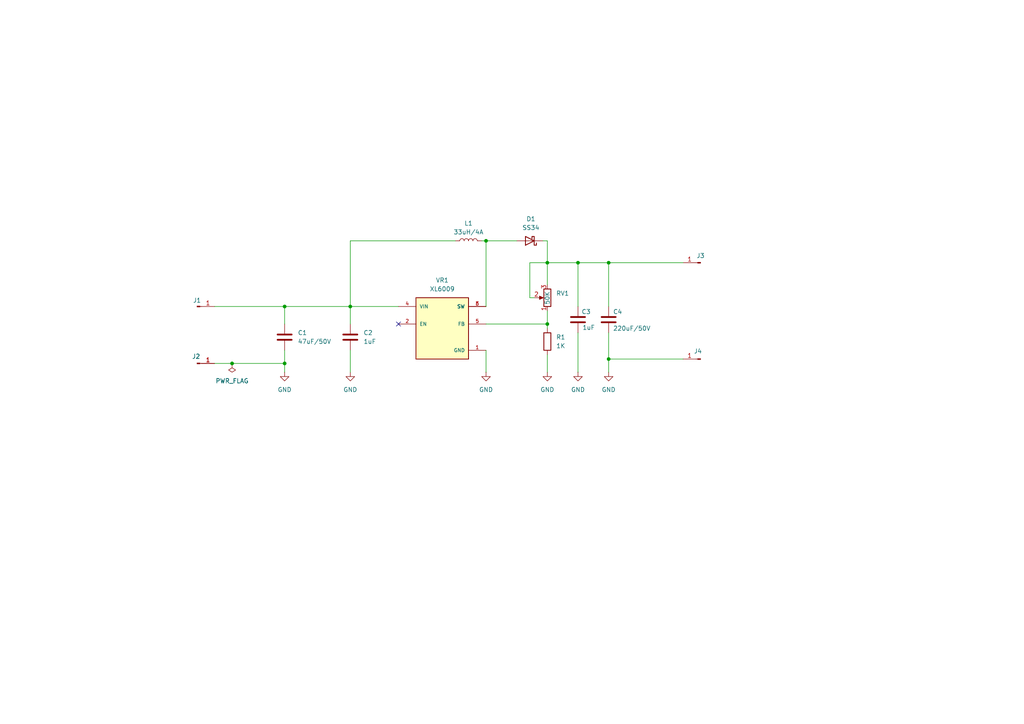
<source format=kicad_sch>
(kicad_sch
	(version 20231120)
	(generator "eeschema")
	(generator_version "8.0")
	(uuid "d17db5c8-214e-415d-a7d6-d575a82e1345")
	(paper "A4")
	(title_block
		(title "boost converter")
		(company "neoenrg")
	)
	(lib_symbols
		(symbol "Connector:Conn_01x01_Pin"
			(pin_names
				(offset 1.016) hide)
			(exclude_from_sim no)
			(in_bom yes)
			(on_board yes)
			(property "Reference" "J"
				(at 0 2.54 0)
				(effects
					(font
						(size 1.27 1.27)
					)
				)
			)
			(property "Value" "Conn_01x01_Pin"
				(at 0 -2.54 0)
				(effects
					(font
						(size 1.27 1.27)
					)
				)
			)
			(property "Footprint" ""
				(at 0 0 0)
				(effects
					(font
						(size 1.27 1.27)
					)
					(hide yes)
				)
			)
			(property "Datasheet" "~"
				(at 0 0 0)
				(effects
					(font
						(size 1.27 1.27)
					)
					(hide yes)
				)
			)
			(property "Description" "Generic connector, single row, 01x01, script generated"
				(at 0 0 0)
				(effects
					(font
						(size 1.27 1.27)
					)
					(hide yes)
				)
			)
			(property "ki_locked" ""
				(at 0 0 0)
				(effects
					(font
						(size 1.27 1.27)
					)
				)
			)
			(property "ki_keywords" "connector"
				(at 0 0 0)
				(effects
					(font
						(size 1.27 1.27)
					)
					(hide yes)
				)
			)
			(property "ki_fp_filters" "Connector*:*_1x??_*"
				(at 0 0 0)
				(effects
					(font
						(size 1.27 1.27)
					)
					(hide yes)
				)
			)
			(symbol "Conn_01x01_Pin_1_1"
				(polyline
					(pts
						(xy 1.27 0) (xy 0.8636 0)
					)
					(stroke
						(width 0.1524)
						(type default)
					)
					(fill
						(type none)
					)
				)
				(rectangle
					(start 0.8636 0.127)
					(end 0 -0.127)
					(stroke
						(width 0.1524)
						(type default)
					)
					(fill
						(type outline)
					)
				)
				(pin passive line
					(at 5.08 0 180)
					(length 3.81)
					(name "Pin_1"
						(effects
							(font
								(size 1.27 1.27)
							)
						)
					)
					(number "1"
						(effects
							(font
								(size 1.27 1.27)
							)
						)
					)
				)
			)
		)
		(symbol "Device:C"
			(pin_numbers hide)
			(pin_names
				(offset 0.254)
			)
			(exclude_from_sim no)
			(in_bom yes)
			(on_board yes)
			(property "Reference" "C"
				(at 0.635 2.54 0)
				(effects
					(font
						(size 1.27 1.27)
					)
					(justify left)
				)
			)
			(property "Value" "C"
				(at 0.635 -2.54 0)
				(effects
					(font
						(size 1.27 1.27)
					)
					(justify left)
				)
			)
			(property "Footprint" ""
				(at 0.9652 -3.81 0)
				(effects
					(font
						(size 1.27 1.27)
					)
					(hide yes)
				)
			)
			(property "Datasheet" "~"
				(at 0 0 0)
				(effects
					(font
						(size 1.27 1.27)
					)
					(hide yes)
				)
			)
			(property "Description" "Unpolarized capacitor"
				(at 0 0 0)
				(effects
					(font
						(size 1.27 1.27)
					)
					(hide yes)
				)
			)
			(property "ki_keywords" "cap capacitor"
				(at 0 0 0)
				(effects
					(font
						(size 1.27 1.27)
					)
					(hide yes)
				)
			)
			(property "ki_fp_filters" "C_*"
				(at 0 0 0)
				(effects
					(font
						(size 1.27 1.27)
					)
					(hide yes)
				)
			)
			(symbol "C_0_1"
				(polyline
					(pts
						(xy -2.032 -0.762) (xy 2.032 -0.762)
					)
					(stroke
						(width 0.508)
						(type default)
					)
					(fill
						(type none)
					)
				)
				(polyline
					(pts
						(xy -2.032 0.762) (xy 2.032 0.762)
					)
					(stroke
						(width 0.508)
						(type default)
					)
					(fill
						(type none)
					)
				)
			)
			(symbol "C_1_1"
				(pin passive line
					(at 0 3.81 270)
					(length 2.794)
					(name "~"
						(effects
							(font
								(size 1.27 1.27)
							)
						)
					)
					(number "1"
						(effects
							(font
								(size 1.27 1.27)
							)
						)
					)
				)
				(pin passive line
					(at 0 -3.81 90)
					(length 2.794)
					(name "~"
						(effects
							(font
								(size 1.27 1.27)
							)
						)
					)
					(number "2"
						(effects
							(font
								(size 1.27 1.27)
							)
						)
					)
				)
			)
		)
		(symbol "Device:L"
			(pin_numbers hide)
			(pin_names
				(offset 1.016) hide)
			(exclude_from_sim no)
			(in_bom yes)
			(on_board yes)
			(property "Reference" "L"
				(at -1.27 0 90)
				(effects
					(font
						(size 1.27 1.27)
					)
				)
			)
			(property "Value" "L"
				(at 1.905 0 90)
				(effects
					(font
						(size 1.27 1.27)
					)
				)
			)
			(property "Footprint" ""
				(at 0 0 0)
				(effects
					(font
						(size 1.27 1.27)
					)
					(hide yes)
				)
			)
			(property "Datasheet" "~"
				(at 0 0 0)
				(effects
					(font
						(size 1.27 1.27)
					)
					(hide yes)
				)
			)
			(property "Description" "Inductor"
				(at 0 0 0)
				(effects
					(font
						(size 1.27 1.27)
					)
					(hide yes)
				)
			)
			(property "ki_keywords" "inductor choke coil reactor magnetic"
				(at 0 0 0)
				(effects
					(font
						(size 1.27 1.27)
					)
					(hide yes)
				)
			)
			(property "ki_fp_filters" "Choke_* *Coil* Inductor_* L_*"
				(at 0 0 0)
				(effects
					(font
						(size 1.27 1.27)
					)
					(hide yes)
				)
			)
			(symbol "L_0_1"
				(arc
					(start 0 -2.54)
					(mid 0.6323 -1.905)
					(end 0 -1.27)
					(stroke
						(width 0)
						(type default)
					)
					(fill
						(type none)
					)
				)
				(arc
					(start 0 -1.27)
					(mid 0.6323 -0.635)
					(end 0 0)
					(stroke
						(width 0)
						(type default)
					)
					(fill
						(type none)
					)
				)
				(arc
					(start 0 0)
					(mid 0.6323 0.635)
					(end 0 1.27)
					(stroke
						(width 0)
						(type default)
					)
					(fill
						(type none)
					)
				)
				(arc
					(start 0 1.27)
					(mid 0.6323 1.905)
					(end 0 2.54)
					(stroke
						(width 0)
						(type default)
					)
					(fill
						(type none)
					)
				)
			)
			(symbol "L_1_1"
				(pin passive line
					(at 0 3.81 270)
					(length 1.27)
					(name "1"
						(effects
							(font
								(size 1.27 1.27)
							)
						)
					)
					(number "1"
						(effects
							(font
								(size 1.27 1.27)
							)
						)
					)
				)
				(pin passive line
					(at 0 -3.81 90)
					(length 1.27)
					(name "2"
						(effects
							(font
								(size 1.27 1.27)
							)
						)
					)
					(number "2"
						(effects
							(font
								(size 1.27 1.27)
							)
						)
					)
				)
			)
		)
		(symbol "Device:R"
			(pin_numbers hide)
			(pin_names
				(offset 0)
			)
			(exclude_from_sim no)
			(in_bom yes)
			(on_board yes)
			(property "Reference" "R"
				(at 2.032 0 90)
				(effects
					(font
						(size 1.27 1.27)
					)
				)
			)
			(property "Value" "R"
				(at 0 0 90)
				(effects
					(font
						(size 1.27 1.27)
					)
				)
			)
			(property "Footprint" ""
				(at -1.778 0 90)
				(effects
					(font
						(size 1.27 1.27)
					)
					(hide yes)
				)
			)
			(property "Datasheet" "~"
				(at 0 0 0)
				(effects
					(font
						(size 1.27 1.27)
					)
					(hide yes)
				)
			)
			(property "Description" "Resistor"
				(at 0 0 0)
				(effects
					(font
						(size 1.27 1.27)
					)
					(hide yes)
				)
			)
			(property "ki_keywords" "R res resistor"
				(at 0 0 0)
				(effects
					(font
						(size 1.27 1.27)
					)
					(hide yes)
				)
			)
			(property "ki_fp_filters" "R_*"
				(at 0 0 0)
				(effects
					(font
						(size 1.27 1.27)
					)
					(hide yes)
				)
			)
			(symbol "R_0_1"
				(rectangle
					(start -1.016 -2.54)
					(end 1.016 2.54)
					(stroke
						(width 0.254)
						(type default)
					)
					(fill
						(type none)
					)
				)
			)
			(symbol "R_1_1"
				(pin passive line
					(at 0 3.81 270)
					(length 1.27)
					(name "~"
						(effects
							(font
								(size 1.27 1.27)
							)
						)
					)
					(number "1"
						(effects
							(font
								(size 1.27 1.27)
							)
						)
					)
				)
				(pin passive line
					(at 0 -3.81 90)
					(length 1.27)
					(name "~"
						(effects
							(font
								(size 1.27 1.27)
							)
						)
					)
					(number "2"
						(effects
							(font
								(size 1.27 1.27)
							)
						)
					)
				)
			)
		)
		(symbol "Device:R_Potentiometer"
			(pin_names
				(offset 1.016) hide)
			(exclude_from_sim no)
			(in_bom yes)
			(on_board yes)
			(property "Reference" "RV"
				(at -4.445 0 90)
				(effects
					(font
						(size 1.27 1.27)
					)
				)
			)
			(property "Value" "R_Potentiometer"
				(at -2.54 0 90)
				(effects
					(font
						(size 1.27 1.27)
					)
				)
			)
			(property "Footprint" ""
				(at 0 0 0)
				(effects
					(font
						(size 1.27 1.27)
					)
					(hide yes)
				)
			)
			(property "Datasheet" "~"
				(at 0 0 0)
				(effects
					(font
						(size 1.27 1.27)
					)
					(hide yes)
				)
			)
			(property "Description" "Potentiometer"
				(at 0 0 0)
				(effects
					(font
						(size 1.27 1.27)
					)
					(hide yes)
				)
			)
			(property "ki_keywords" "resistor variable"
				(at 0 0 0)
				(effects
					(font
						(size 1.27 1.27)
					)
					(hide yes)
				)
			)
			(property "ki_fp_filters" "Potentiometer*"
				(at 0 0 0)
				(effects
					(font
						(size 1.27 1.27)
					)
					(hide yes)
				)
			)
			(symbol "R_Potentiometer_0_1"
				(polyline
					(pts
						(xy 2.54 0) (xy 1.524 0)
					)
					(stroke
						(width 0)
						(type default)
					)
					(fill
						(type none)
					)
				)
				(polyline
					(pts
						(xy 1.143 0) (xy 2.286 0.508) (xy 2.286 -0.508) (xy 1.143 0)
					)
					(stroke
						(width 0)
						(type default)
					)
					(fill
						(type outline)
					)
				)
				(rectangle
					(start 1.016 2.54)
					(end -1.016 -2.54)
					(stroke
						(width 0.254)
						(type default)
					)
					(fill
						(type none)
					)
				)
			)
			(symbol "R_Potentiometer_1_1"
				(pin passive line
					(at 0 3.81 270)
					(length 1.27)
					(name "1"
						(effects
							(font
								(size 1.27 1.27)
							)
						)
					)
					(number "1"
						(effects
							(font
								(size 1.27 1.27)
							)
						)
					)
				)
				(pin passive line
					(at 3.81 0 180)
					(length 1.27)
					(name "2"
						(effects
							(font
								(size 1.27 1.27)
							)
						)
					)
					(number "2"
						(effects
							(font
								(size 1.27 1.27)
							)
						)
					)
				)
				(pin passive line
					(at 0 -3.81 90)
					(length 1.27)
					(name "3"
						(effects
							(font
								(size 1.27 1.27)
							)
						)
					)
					(number "3"
						(effects
							(font
								(size 1.27 1.27)
							)
						)
					)
				)
			)
		)
		(symbol "Diode:SS34"
			(pin_numbers hide)
			(pin_names
				(offset 1.016) hide)
			(exclude_from_sim no)
			(in_bom yes)
			(on_board yes)
			(property "Reference" "D"
				(at 0 2.54 0)
				(effects
					(font
						(size 1.27 1.27)
					)
				)
			)
			(property "Value" "SS34"
				(at 0 -2.54 0)
				(effects
					(font
						(size 1.27 1.27)
					)
				)
			)
			(property "Footprint" "Diode_SMD:D_SMA"
				(at 0 -4.445 0)
				(effects
					(font
						(size 1.27 1.27)
					)
					(hide yes)
				)
			)
			(property "Datasheet" "https://www.vishay.com/docs/88751/ss32.pdf"
				(at 0 0 0)
				(effects
					(font
						(size 1.27 1.27)
					)
					(hide yes)
				)
			)
			(property "Description" "40V 3A Schottky Diode, SMA"
				(at 0 0 0)
				(effects
					(font
						(size 1.27 1.27)
					)
					(hide yes)
				)
			)
			(property "ki_keywords" "diode Schottky"
				(at 0 0 0)
				(effects
					(font
						(size 1.27 1.27)
					)
					(hide yes)
				)
			)
			(property "ki_fp_filters" "D*SMA*"
				(at 0 0 0)
				(effects
					(font
						(size 1.27 1.27)
					)
					(hide yes)
				)
			)
			(symbol "SS34_0_1"
				(polyline
					(pts
						(xy 1.27 0) (xy -1.27 0)
					)
					(stroke
						(width 0)
						(type default)
					)
					(fill
						(type none)
					)
				)
				(polyline
					(pts
						(xy 1.27 1.27) (xy 1.27 -1.27) (xy -1.27 0) (xy 1.27 1.27)
					)
					(stroke
						(width 0.254)
						(type default)
					)
					(fill
						(type none)
					)
				)
				(polyline
					(pts
						(xy -1.905 0.635) (xy -1.905 1.27) (xy -1.27 1.27) (xy -1.27 -1.27) (xy -0.635 -1.27) (xy -0.635 -0.635)
					)
					(stroke
						(width 0.254)
						(type default)
					)
					(fill
						(type none)
					)
				)
			)
			(symbol "SS34_1_1"
				(pin passive line
					(at -3.81 0 0)
					(length 2.54)
					(name "K"
						(effects
							(font
								(size 1.27 1.27)
							)
						)
					)
					(number "1"
						(effects
							(font
								(size 1.27 1.27)
							)
						)
					)
				)
				(pin passive line
					(at 3.81 0 180)
					(length 2.54)
					(name "A"
						(effects
							(font
								(size 1.27 1.27)
							)
						)
					)
					(number "2"
						(effects
							(font
								(size 1.27 1.27)
							)
						)
					)
				)
			)
		)
		(symbol "XL6009:XL6009"
			(pin_names
				(offset 1.016)
			)
			(exclude_from_sim no)
			(in_bom yes)
			(on_board yes)
			(property "Reference" "VR"
				(at -7.62 8.89 0)
				(effects
					(font
						(size 1.27 1.27)
					)
					(justify left bottom)
				)
			)
			(property "Value" "XL6009"
				(at -7.62 -11.43 0)
				(effects
					(font
						(size 1.27 1.27)
					)
					(justify left top)
				)
			)
			(property "Footprint" "XL6009:DPAK170P1435X465-6N"
				(at 0 0 0)
				(effects
					(font
						(size 1.27 1.27)
					)
					(justify bottom)
					(hide yes)
				)
			)
			(property "Datasheet" ""
				(at 0 0 0)
				(effects
					(font
						(size 1.27 1.27)
					)
					(hide yes)
				)
			)
			(property "Description" ""
				(at 0 0 0)
				(effects
					(font
						(size 1.27 1.27)
					)
					(hide yes)
				)
			)
			(property "MF" "XLSEMI"
				(at 0 0 0)
				(effects
					(font
						(size 1.27 1.27)
					)
					(justify bottom)
					(hide yes)
				)
			)
			(property "MAXIMUM_PACKAGE_HEIGHT" "4.65mm"
				(at 0 0 0)
				(effects
					(font
						(size 1.27 1.27)
					)
					(justify bottom)
					(hide yes)
				)
			)
			(property "Package" "TO-263-5L XLSEMI"
				(at 0 0 0)
				(effects
					(font
						(size 1.27 1.27)
					)
					(justify bottom)
					(hide yes)
				)
			)
			(property "Price" "None"
				(at 0 0 0)
				(effects
					(font
						(size 1.27 1.27)
					)
					(justify bottom)
					(hide yes)
				)
			)
			(property "Check_prices" "https://www.snapeda.com/parts/XL6009/XLSEMI/view-part/?ref=eda"
				(at 0 0 0)
				(effects
					(font
						(size 1.27 1.27)
					)
					(justify bottom)
					(hide yes)
				)
			)
			(property "STANDARD" "IPC-7351B"
				(at 0 0 0)
				(effects
					(font
						(size 1.27 1.27)
					)
					(justify bottom)
					(hide yes)
				)
			)
			(property "PARTREV" "1.1"
				(at 0 0 0)
				(effects
					(font
						(size 1.27 1.27)
					)
					(justify bottom)
					(hide yes)
				)
			)
			(property "SnapEDA_Link" "https://www.snapeda.com/parts/XL6009/XLSEMI/view-part/?ref=snap"
				(at 0 0 0)
				(effects
					(font
						(size 1.27 1.27)
					)
					(justify bottom)
					(hide yes)
				)
			)
			(property "MP" "XL6009"
				(at 0 0 0)
				(effects
					(font
						(size 1.27 1.27)
					)
					(justify bottom)
					(hide yes)
				)
			)
			(property "Description_1" "\n                        \n                            The XL6009 regulator is a wide input range, current mode, DC/DC converter which is capable of generating either positive or negative output voltages.\n                        \n"
				(at 0 0 0)
				(effects
					(font
						(size 1.27 1.27)
					)
					(justify bottom)
					(hide yes)
				)
			)
			(property "Availability" "Not in stock"
				(at 0 0 0)
				(effects
					(font
						(size 1.27 1.27)
					)
					(justify bottom)
					(hide yes)
				)
			)
			(property "MANUFACTURER" "XLSEMI"
				(at 0 0 0)
				(effects
					(font
						(size 1.27 1.27)
					)
					(justify bottom)
					(hide yes)
				)
			)
			(symbol "XL6009_0_0"
				(rectangle
					(start -7.62 -10.16)
					(end 7.62 7.62)
					(stroke
						(width 0.254)
						(type default)
					)
					(fill
						(type background)
					)
				)
				(pin power_in line
					(at 12.7 -7.62 180)
					(length 5.08)
					(name "GND"
						(effects
							(font
								(size 1.016 1.016)
							)
						)
					)
					(number "1"
						(effects
							(font
								(size 1.016 1.016)
							)
						)
					)
				)
				(pin input line
					(at -12.7 0 0)
					(length 5.08)
					(name "EN"
						(effects
							(font
								(size 1.016 1.016)
							)
						)
					)
					(number "2"
						(effects
							(font
								(size 1.016 1.016)
							)
						)
					)
				)
				(pin output line
					(at 12.7 5.08 180)
					(length 5.08)
					(name "SW"
						(effects
							(font
								(size 1.016 1.016)
							)
						)
					)
					(number "3"
						(effects
							(font
								(size 1.016 1.016)
							)
						)
					)
				)
				(pin input line
					(at -12.7 5.08 0)
					(length 5.08)
					(name "VIN"
						(effects
							(font
								(size 1.016 1.016)
							)
						)
					)
					(number "4"
						(effects
							(font
								(size 1.016 1.016)
							)
						)
					)
				)
				(pin input line
					(at 12.7 0 180)
					(length 5.08)
					(name "FB"
						(effects
							(font
								(size 1.016 1.016)
							)
						)
					)
					(number "5"
						(effects
							(font
								(size 1.016 1.016)
							)
						)
					)
				)
				(pin output line
					(at 12.7 5.08 180)
					(length 5.08)
					(name "SW"
						(effects
							(font
								(size 1.016 1.016)
							)
						)
					)
					(number "6"
						(effects
							(font
								(size 1.016 1.016)
							)
						)
					)
				)
			)
		)
		(symbol "power:GND"
			(power)
			(pin_numbers hide)
			(pin_names
				(offset 0) hide)
			(exclude_from_sim no)
			(in_bom yes)
			(on_board yes)
			(property "Reference" "#PWR"
				(at 0 -6.35 0)
				(effects
					(font
						(size 1.27 1.27)
					)
					(hide yes)
				)
			)
			(property "Value" "GND"
				(at 0 -3.81 0)
				(effects
					(font
						(size 1.27 1.27)
					)
				)
			)
			(property "Footprint" ""
				(at 0 0 0)
				(effects
					(font
						(size 1.27 1.27)
					)
					(hide yes)
				)
			)
			(property "Datasheet" ""
				(at 0 0 0)
				(effects
					(font
						(size 1.27 1.27)
					)
					(hide yes)
				)
			)
			(property "Description" "Power symbol creates a global label with name \"GND\" , ground"
				(at 0 0 0)
				(effects
					(font
						(size 1.27 1.27)
					)
					(hide yes)
				)
			)
			(property "ki_keywords" "global power"
				(at 0 0 0)
				(effects
					(font
						(size 1.27 1.27)
					)
					(hide yes)
				)
			)
			(symbol "GND_0_1"
				(polyline
					(pts
						(xy 0 0) (xy 0 -1.27) (xy 1.27 -1.27) (xy 0 -2.54) (xy -1.27 -1.27) (xy 0 -1.27)
					)
					(stroke
						(width 0)
						(type default)
					)
					(fill
						(type none)
					)
				)
			)
			(symbol "GND_1_1"
				(pin power_in line
					(at 0 0 270)
					(length 0)
					(name "~"
						(effects
							(font
								(size 1.27 1.27)
							)
						)
					)
					(number "1"
						(effects
							(font
								(size 1.27 1.27)
							)
						)
					)
				)
			)
		)
		(symbol "power:PWR_FLAG"
			(power)
			(pin_numbers hide)
			(pin_names
				(offset 0) hide)
			(exclude_from_sim no)
			(in_bom yes)
			(on_board yes)
			(property "Reference" "#FLG"
				(at 0 1.905 0)
				(effects
					(font
						(size 1.27 1.27)
					)
					(hide yes)
				)
			)
			(property "Value" "PWR_FLAG"
				(at 0 3.81 0)
				(effects
					(font
						(size 1.27 1.27)
					)
				)
			)
			(property "Footprint" ""
				(at 0 0 0)
				(effects
					(font
						(size 1.27 1.27)
					)
					(hide yes)
				)
			)
			(property "Datasheet" "~"
				(at 0 0 0)
				(effects
					(font
						(size 1.27 1.27)
					)
					(hide yes)
				)
			)
			(property "Description" "Special symbol for telling ERC where power comes from"
				(at 0 0 0)
				(effects
					(font
						(size 1.27 1.27)
					)
					(hide yes)
				)
			)
			(property "ki_keywords" "flag power"
				(at 0 0 0)
				(effects
					(font
						(size 1.27 1.27)
					)
					(hide yes)
				)
			)
			(symbol "PWR_FLAG_0_0"
				(pin power_out line
					(at 0 0 90)
					(length 0)
					(name "~"
						(effects
							(font
								(size 1.27 1.27)
							)
						)
					)
					(number "1"
						(effects
							(font
								(size 1.27 1.27)
							)
						)
					)
				)
			)
			(symbol "PWR_FLAG_0_1"
				(polyline
					(pts
						(xy 0 0) (xy 0 1.27) (xy -1.016 1.905) (xy 0 2.54) (xy 1.016 1.905) (xy 0 1.27)
					)
					(stroke
						(width 0)
						(type default)
					)
					(fill
						(type none)
					)
				)
			)
		)
	)
	(junction
		(at 176.53 76.2)
		(diameter 0)
		(color 0 0 0 0)
		(uuid "25213a4d-f054-4353-ac0c-f4249b930e3d")
	)
	(junction
		(at 101.6 88.9)
		(diameter 0)
		(color 0 0 0 0)
		(uuid "39b0942b-d8c6-45a1-9d4c-552c6989c28c")
	)
	(junction
		(at 158.75 93.98)
		(diameter 0)
		(color 0 0 0 0)
		(uuid "4852b34d-2837-40cc-808a-838491884e33")
	)
	(junction
		(at 140.97 69.85)
		(diameter 0)
		(color 0 0 0 0)
		(uuid "4d165d8a-490a-4bda-8cb2-511575e68e9d")
	)
	(junction
		(at 167.64 76.2)
		(diameter 0)
		(color 0 0 0 0)
		(uuid "59f46cff-4186-4496-b046-767f0958aabf")
	)
	(junction
		(at 82.55 88.9)
		(diameter 0)
		(color 0 0 0 0)
		(uuid "71136082-763a-4d0c-943a-4716ceb676b6")
	)
	(junction
		(at 67.31 105.41)
		(diameter 0)
		(color 0 0 0 0)
		(uuid "74c783bd-d319-4a7f-8271-f2c24bd5b2bd")
	)
	(junction
		(at 176.53 104.14)
		(diameter 0)
		(color 0 0 0 0)
		(uuid "8773b4f9-e51e-447c-9351-d5d90a8df94d")
	)
	(junction
		(at 158.75 76.2)
		(diameter 0)
		(color 0 0 0 0)
		(uuid "e9ae4e49-665d-4cf8-996a-a237fb3a7dbc")
	)
	(junction
		(at 82.55 105.41)
		(diameter 0)
		(color 0 0 0 0)
		(uuid "f03ff7d8-57e2-4a46-82a4-389fdbe7c0d2")
	)
	(no_connect
		(at 115.57 93.98)
		(uuid "81d00654-8345-4b52-86bc-c32d471d5f5a")
	)
	(wire
		(pts
			(xy 62.23 105.41) (xy 67.31 105.41)
		)
		(stroke
			(width 0)
			(type default)
		)
		(uuid "032cf3a6-fa2b-4bc1-a031-ebdba507554f")
	)
	(wire
		(pts
			(xy 82.55 105.41) (xy 82.55 107.95)
		)
		(stroke
			(width 0)
			(type default)
		)
		(uuid "0a5fcbea-d5b8-4f0c-80e7-e8567f3de754")
	)
	(wire
		(pts
			(xy 158.75 93.98) (xy 158.75 95.25)
		)
		(stroke
			(width 0)
			(type default)
		)
		(uuid "12a0dd1e-855a-467c-9f1e-2c9ec20b8f4e")
	)
	(wire
		(pts
			(xy 82.55 101.6) (xy 82.55 105.41)
		)
		(stroke
			(width 0)
			(type default)
		)
		(uuid "14e7145a-658e-4b39-8303-08afd5dfab65")
	)
	(wire
		(pts
			(xy 157.48 69.85) (xy 158.75 69.85)
		)
		(stroke
			(width 0)
			(type default)
		)
		(uuid "1908092a-0e2f-4ca9-9012-759dd2f039c6")
	)
	(wire
		(pts
			(xy 101.6 69.85) (xy 101.6 88.9)
		)
		(stroke
			(width 0)
			(type default)
		)
		(uuid "19e951c0-cc21-425d-ab2b-7c4857dac3a5")
	)
	(wire
		(pts
			(xy 67.31 105.41) (xy 82.55 105.41)
		)
		(stroke
			(width 0)
			(type default)
		)
		(uuid "1e983044-73a4-4dd8-b340-25df62ad7d58")
	)
	(wire
		(pts
			(xy 158.75 102.87) (xy 158.75 107.95)
		)
		(stroke
			(width 0)
			(type default)
		)
		(uuid "2b3bdc86-81ca-4b3e-b7f8-39175a3757ea")
	)
	(wire
		(pts
			(xy 140.97 69.85) (xy 149.86 69.85)
		)
		(stroke
			(width 0)
			(type default)
		)
		(uuid "3f2ac30a-3add-46b4-bfb5-518eb0b043af")
	)
	(wire
		(pts
			(xy 140.97 93.98) (xy 158.75 93.98)
		)
		(stroke
			(width 0)
			(type default)
		)
		(uuid "41ae3c98-cbc5-4c76-9616-d37ffe82d4ed")
	)
	(wire
		(pts
			(xy 62.23 88.9) (xy 82.55 88.9)
		)
		(stroke
			(width 0)
			(type default)
		)
		(uuid "431906fa-4685-4851-b7c6-77bc9e9ae2d0")
	)
	(wire
		(pts
			(xy 158.75 90.17) (xy 158.75 93.98)
		)
		(stroke
			(width 0)
			(type default)
		)
		(uuid "4ea2e6b4-5afd-493c-adf0-3423f54543c8")
	)
	(wire
		(pts
			(xy 176.53 76.2) (xy 167.64 76.2)
		)
		(stroke
			(width 0)
			(type default)
		)
		(uuid "4fbdb966-dcf3-49fe-920f-fc194d3653c8")
	)
	(wire
		(pts
			(xy 176.53 104.14) (xy 176.53 107.95)
		)
		(stroke
			(width 0)
			(type default)
		)
		(uuid "540540d2-4bf0-44b9-9a48-dd7b5b10a959")
	)
	(wire
		(pts
			(xy 176.53 88.9) (xy 176.53 76.2)
		)
		(stroke
			(width 0)
			(type default)
		)
		(uuid "557ed424-4ced-4c76-bef2-b48055f124fc")
	)
	(wire
		(pts
			(xy 176.53 76.2) (xy 198.12 76.2)
		)
		(stroke
			(width 0)
			(type default)
		)
		(uuid "6c7b861c-cc80-43b6-ba87-476d771fe7c2")
	)
	(wire
		(pts
			(xy 176.53 104.14) (xy 198.12 104.14)
		)
		(stroke
			(width 0)
			(type default)
		)
		(uuid "6efed79c-7e98-46ac-8c3e-5822af89b6e4")
	)
	(wire
		(pts
			(xy 132.08 69.85) (xy 101.6 69.85)
		)
		(stroke
			(width 0)
			(type default)
		)
		(uuid "857f7df3-cfdf-4c0f-959b-84810256c5fc")
	)
	(wire
		(pts
			(xy 101.6 88.9) (xy 101.6 93.98)
		)
		(stroke
			(width 0)
			(type default)
		)
		(uuid "882c1dca-f592-4a04-aeff-794f3671cd35")
	)
	(wire
		(pts
			(xy 158.75 76.2) (xy 158.75 82.55)
		)
		(stroke
			(width 0)
			(type default)
		)
		(uuid "8ae56734-86fc-473a-9799-67c4d6e2e482")
	)
	(wire
		(pts
			(xy 167.64 76.2) (xy 158.75 76.2)
		)
		(stroke
			(width 0)
			(type default)
		)
		(uuid "8b0100b6-a02a-4cfa-9236-038ecf51cd62")
	)
	(wire
		(pts
			(xy 82.55 88.9) (xy 82.55 93.98)
		)
		(stroke
			(width 0)
			(type default)
		)
		(uuid "960298bf-65d3-4966-9f59-22683b2dc552")
	)
	(wire
		(pts
			(xy 153.67 86.36) (xy 153.67 76.2)
		)
		(stroke
			(width 0)
			(type default)
		)
		(uuid "a3b16326-be6f-4cab-96e5-e9455733d892")
	)
	(wire
		(pts
			(xy 154.94 86.36) (xy 153.67 86.36)
		)
		(stroke
			(width 0)
			(type default)
		)
		(uuid "a91edb57-f489-43f2-b6c0-b0d147995ed2")
	)
	(wire
		(pts
			(xy 101.6 88.9) (xy 82.55 88.9)
		)
		(stroke
			(width 0)
			(type default)
		)
		(uuid "ae10f0ea-445a-4913-9b9e-a2241c3784ee")
	)
	(wire
		(pts
			(xy 176.53 96.52) (xy 176.53 104.14)
		)
		(stroke
			(width 0)
			(type default)
		)
		(uuid "b08884f0-2740-4321-a534-a87a2a45cff1")
	)
	(wire
		(pts
			(xy 167.64 96.52) (xy 167.64 107.95)
		)
		(stroke
			(width 0)
			(type default)
		)
		(uuid "b764b350-2638-4b17-a21b-d2e524cd8206")
	)
	(wire
		(pts
			(xy 153.67 76.2) (xy 158.75 76.2)
		)
		(stroke
			(width 0)
			(type default)
		)
		(uuid "b8ec9177-4a50-4ec3-b460-d6da863fe25d")
	)
	(wire
		(pts
			(xy 140.97 101.6) (xy 140.97 107.95)
		)
		(stroke
			(width 0)
			(type default)
		)
		(uuid "c8ea650a-7718-4013-818b-23b5a91a4af8")
	)
	(wire
		(pts
			(xy 167.64 88.9) (xy 167.64 76.2)
		)
		(stroke
			(width 0)
			(type default)
		)
		(uuid "ca542550-496a-43f2-ad84-97b746b0d8e5")
	)
	(wire
		(pts
			(xy 101.6 101.6) (xy 101.6 107.95)
		)
		(stroke
			(width 0)
			(type default)
		)
		(uuid "cfa70213-4605-4339-aafa-7369c4d7738b")
	)
	(wire
		(pts
			(xy 115.57 88.9) (xy 101.6 88.9)
		)
		(stroke
			(width 0)
			(type default)
		)
		(uuid "d74777b4-9c78-4ed9-9435-1a9f87738b26")
	)
	(wire
		(pts
			(xy 140.97 69.85) (xy 140.97 88.9)
		)
		(stroke
			(width 0)
			(type default)
		)
		(uuid "dded8e0c-1079-4c45-a165-f6d389ab6baa")
	)
	(wire
		(pts
			(xy 158.75 69.85) (xy 158.75 76.2)
		)
		(stroke
			(width 0)
			(type default)
		)
		(uuid "f61c3dd3-e928-4e34-8edc-f32b660a33cc")
	)
	(wire
		(pts
			(xy 139.7 69.85) (xy 140.97 69.85)
		)
		(stroke
			(width 0)
			(type default)
		)
		(uuid "f7221168-4fea-48cf-b7ad-da44dfea36ab")
	)
	(symbol
		(lib_id "power:GND")
		(at 140.97 107.95 0)
		(unit 1)
		(exclude_from_sim no)
		(in_bom yes)
		(on_board yes)
		(dnp no)
		(fields_autoplaced yes)
		(uuid "03cf04be-8ff4-412b-9df0-d5ac26c49323")
		(property "Reference" "#PWR03"
			(at 140.97 114.3 0)
			(effects
				(font
					(size 1.27 1.27)
				)
				(hide yes)
			)
		)
		(property "Value" "GND"
			(at 140.97 113.03 0)
			(effects
				(font
					(size 1.27 1.27)
				)
			)
		)
		(property "Footprint" ""
			(at 140.97 107.95 0)
			(effects
				(font
					(size 1.27 1.27)
				)
				(hide yes)
			)
		)
		(property "Datasheet" ""
			(at 140.97 107.95 0)
			(effects
				(font
					(size 1.27 1.27)
				)
				(hide yes)
			)
		)
		(property "Description" "Power symbol creates a global label with name \"GND\" , ground"
			(at 140.97 107.95 0)
			(effects
				(font
					(size 1.27 1.27)
				)
				(hide yes)
			)
		)
		(pin "1"
			(uuid "f60213d1-b04b-4386-99d3-0755153f5d09")
		)
		(instances
			(project "boost converter"
				(path "/d17db5c8-214e-415d-a7d6-d575a82e1345"
					(reference "#PWR03")
					(unit 1)
				)
			)
		)
	)
	(symbol
		(lib_id "Connector:Conn_01x01_Pin")
		(at 57.15 105.41 0)
		(unit 1)
		(exclude_from_sim no)
		(in_bom yes)
		(on_board yes)
		(dnp no)
		(uuid "09bfc08a-e817-47fe-ba2a-dcce8fc812a6")
		(property "Reference" "J2"
			(at 56.896 103.378 0)
			(effects
				(font
					(size 1.27 1.27)
				)
			)
		)
		(property "Value" "Conn_01x01_Pin"
			(at 57.785 102.87 0)
			(effects
				(font
					(size 1.27 1.27)
				)
				(hide yes)
			)
		)
		(property "Footprint" "Connector_PinHeader_2.54mm:PinHeader_1x01_P2.54mm_Vertical"
			(at 57.15 105.41 0)
			(effects
				(font
					(size 1.27 1.27)
				)
				(hide yes)
			)
		)
		(property "Datasheet" "~"
			(at 57.15 105.41 0)
			(effects
				(font
					(size 1.27 1.27)
				)
				(hide yes)
			)
		)
		(property "Description" "Generic connector, single row, 01x01, script generated"
			(at 57.15 105.41 0)
			(effects
				(font
					(size 1.27 1.27)
				)
				(hide yes)
			)
		)
		(pin "1"
			(uuid "3c011c1e-62fd-477b-a38b-a2d89f41e631")
		)
		(instances
			(project "boost converter"
				(path "/d17db5c8-214e-415d-a7d6-d575a82e1345"
					(reference "J2")
					(unit 1)
				)
			)
		)
	)
	(symbol
		(lib_id "Device:R_Potentiometer")
		(at 158.75 86.36 180)
		(unit 1)
		(exclude_from_sim no)
		(in_bom yes)
		(on_board yes)
		(dnp no)
		(uuid "1d37268b-ca21-4bf7-a40b-64d71f29a34e")
		(property "Reference" "RV1"
			(at 161.29 85.0899 0)
			(effects
				(font
					(size 1.27 1.27)
				)
				(justify right)
			)
		)
		(property "Value" "50K"
			(at 158.75 88.392 90)
			(effects
				(font
					(size 1.27 1.27)
				)
				(justify right)
			)
		)
		(property "Footprint" "Potentiometer_THT:Potentiometer_Bourns_3296W_Vertical"
			(at 158.75 86.36 0)
			(effects
				(font
					(size 1.27 1.27)
				)
				(hide yes)
			)
		)
		(property "Datasheet" "~"
			(at 158.75 86.36 0)
			(effects
				(font
					(size 1.27 1.27)
				)
				(hide yes)
			)
		)
		(property "Description" "Potentiometer"
			(at 158.75 86.36 0)
			(effects
				(font
					(size 1.27 1.27)
				)
				(hide yes)
			)
		)
		(pin "3"
			(uuid "349cfac6-3689-4769-8b68-1eec059af743")
		)
		(pin "1"
			(uuid "3a4e55f9-0769-4ed1-8278-e1d85dab7c17")
		)
		(pin "2"
			(uuid "d2695f6d-df46-446d-9a7a-ee2765fd2ec3")
		)
		(instances
			(project ""
				(path "/d17db5c8-214e-415d-a7d6-d575a82e1345"
					(reference "RV1")
					(unit 1)
				)
			)
		)
	)
	(symbol
		(lib_id "Connector:Conn_01x01_Pin")
		(at 203.2 104.14 180)
		(unit 1)
		(exclude_from_sim no)
		(in_bom yes)
		(on_board yes)
		(dnp no)
		(uuid "4027950a-8263-43c4-a99d-b2762c426aa2")
		(property "Reference" "J4"
			(at 202.438 101.854 0)
			(effects
				(font
					(size 1.27 1.27)
				)
			)
		)
		(property "Value" "Conn_01x01_Pin"
			(at 202.565 101.6 0)
			(effects
				(font
					(size 1.27 1.27)
				)
				(hide yes)
			)
		)
		(property "Footprint" "Connector_PinHeader_2.54mm:PinHeader_1x01_P2.54mm_Vertical"
			(at 203.2 104.14 0)
			(effects
				(font
					(size 1.27 1.27)
				)
				(hide yes)
			)
		)
		(property "Datasheet" "~"
			(at 203.2 104.14 0)
			(effects
				(font
					(size 1.27 1.27)
				)
				(hide yes)
			)
		)
		(property "Description" "Generic connector, single row, 01x01, script generated"
			(at 203.2 104.14 0)
			(effects
				(font
					(size 1.27 1.27)
				)
				(hide yes)
			)
		)
		(pin "1"
			(uuid "e7d1d0dc-3ed7-4b55-9ae2-1c63562fb712")
		)
		(instances
			(project "boost converter"
				(path "/d17db5c8-214e-415d-a7d6-d575a82e1345"
					(reference "J4")
					(unit 1)
				)
			)
		)
	)
	(symbol
		(lib_id "power:GND")
		(at 176.53 107.95 0)
		(unit 1)
		(exclude_from_sim no)
		(in_bom yes)
		(on_board yes)
		(dnp no)
		(fields_autoplaced yes)
		(uuid "565ff93d-2f5f-4d92-b4e5-27434c2392fa")
		(property "Reference" "#PWR06"
			(at 176.53 114.3 0)
			(effects
				(font
					(size 1.27 1.27)
				)
				(hide yes)
			)
		)
		(property "Value" "GND"
			(at 176.53 113.03 0)
			(effects
				(font
					(size 1.27 1.27)
				)
			)
		)
		(property "Footprint" ""
			(at 176.53 107.95 0)
			(effects
				(font
					(size 1.27 1.27)
				)
				(hide yes)
			)
		)
		(property "Datasheet" ""
			(at 176.53 107.95 0)
			(effects
				(font
					(size 1.27 1.27)
				)
				(hide yes)
			)
		)
		(property "Description" "Power symbol creates a global label with name \"GND\" , ground"
			(at 176.53 107.95 0)
			(effects
				(font
					(size 1.27 1.27)
				)
				(hide yes)
			)
		)
		(pin "1"
			(uuid "44b9731a-b81a-40a1-95c8-13b8b4929675")
		)
		(instances
			(project "boost converter"
				(path "/d17db5c8-214e-415d-a7d6-d575a82e1345"
					(reference "#PWR06")
					(unit 1)
				)
			)
		)
	)
	(symbol
		(lib_id "power:GND")
		(at 158.75 107.95 0)
		(unit 1)
		(exclude_from_sim no)
		(in_bom yes)
		(on_board yes)
		(dnp no)
		(fields_autoplaced yes)
		(uuid "5e5ca770-8047-450d-b43e-b89434db6b62")
		(property "Reference" "#PWR04"
			(at 158.75 114.3 0)
			(effects
				(font
					(size 1.27 1.27)
				)
				(hide yes)
			)
		)
		(property "Value" "GND"
			(at 158.75 113.03 0)
			(effects
				(font
					(size 1.27 1.27)
				)
			)
		)
		(property "Footprint" ""
			(at 158.75 107.95 0)
			(effects
				(font
					(size 1.27 1.27)
				)
				(hide yes)
			)
		)
		(property "Datasheet" ""
			(at 158.75 107.95 0)
			(effects
				(font
					(size 1.27 1.27)
				)
				(hide yes)
			)
		)
		(property "Description" "Power symbol creates a global label with name \"GND\" , ground"
			(at 158.75 107.95 0)
			(effects
				(font
					(size 1.27 1.27)
				)
				(hide yes)
			)
		)
		(pin "1"
			(uuid "bb409d34-acc2-47e1-b38e-b888b749c43e")
		)
		(instances
			(project "boost converter"
				(path "/d17db5c8-214e-415d-a7d6-d575a82e1345"
					(reference "#PWR04")
					(unit 1)
				)
			)
		)
	)
	(symbol
		(lib_id "XL6009:XL6009")
		(at 128.27 93.98 0)
		(unit 1)
		(exclude_from_sim no)
		(in_bom yes)
		(on_board yes)
		(dnp no)
		(fields_autoplaced yes)
		(uuid "5f51f2d4-3f28-4766-aff7-9d54b547837f")
		(property "Reference" "VR1"
			(at 128.27 81.28 0)
			(effects
				(font
					(size 1.27 1.27)
				)
			)
		)
		(property "Value" "XL6009"
			(at 128.27 83.82 0)
			(effects
				(font
					(size 1.27 1.27)
				)
			)
		)
		(property "Footprint" "XL6009:DPAK170P1435X465-6N"
			(at 128.27 93.98 0)
			(effects
				(font
					(size 1.27 1.27)
				)
				(justify bottom)
				(hide yes)
			)
		)
		(property "Datasheet" ""
			(at 128.27 93.98 0)
			(effects
				(font
					(size 1.27 1.27)
				)
				(hide yes)
			)
		)
		(property "Description" ""
			(at 128.27 93.98 0)
			(effects
				(font
					(size 1.27 1.27)
				)
				(hide yes)
			)
		)
		(property "MF" "XLSEMI"
			(at 128.27 93.98 0)
			(effects
				(font
					(size 1.27 1.27)
				)
				(justify bottom)
				(hide yes)
			)
		)
		(property "MAXIMUM_PACKAGE_HEIGHT" "4.65mm"
			(at 128.27 93.98 0)
			(effects
				(font
					(size 1.27 1.27)
				)
				(justify bottom)
				(hide yes)
			)
		)
		(property "Package" "TO-263-5L XLSEMI"
			(at 128.27 93.98 0)
			(effects
				(font
					(size 1.27 1.27)
				)
				(justify bottom)
				(hide yes)
			)
		)
		(property "Price" "None"
			(at 128.27 93.98 0)
			(effects
				(font
					(size 1.27 1.27)
				)
				(justify bottom)
				(hide yes)
			)
		)
		(property "Check_prices" "https://www.snapeda.com/parts/XL6009/XLSEMI/view-part/?ref=eda"
			(at 128.27 93.98 0)
			(effects
				(font
					(size 1.27 1.27)
				)
				(justify bottom)
				(hide yes)
			)
		)
		(property "STANDARD" "IPC-7351B"
			(at 128.27 93.98 0)
			(effects
				(font
					(size 1.27 1.27)
				)
				(justify bottom)
				(hide yes)
			)
		)
		(property "PARTREV" "1.1"
			(at 128.27 93.98 0)
			(effects
				(font
					(size 1.27 1.27)
				)
				(justify bottom)
				(hide yes)
			)
		)
		(property "SnapEDA_Link" "https://www.snapeda.com/parts/XL6009/XLSEMI/view-part/?ref=snap"
			(at 128.27 93.98 0)
			(effects
				(font
					(size 1.27 1.27)
				)
				(justify bottom)
				(hide yes)
			)
		)
		(property "MP" "XL6009"
			(at 128.27 93.98 0)
			(effects
				(font
					(size 1.27 1.27)
				)
				(justify bottom)
				(hide yes)
			)
		)
		(property "Description_1" "\n                        \n                            The XL6009 regulator is a wide input range, current mode, DC/DC converter which is capable of generating either positive or negative output voltages.\n                        \n"
			(at 128.27 93.98 0)
			(effects
				(font
					(size 1.27 1.27)
				)
				(justify bottom)
				(hide yes)
			)
		)
		(property "Availability" "Not in stock"
			(at 128.27 93.98 0)
			(effects
				(font
					(size 1.27 1.27)
				)
				(justify bottom)
				(hide yes)
			)
		)
		(property "MANUFACTURER" "XLSEMI"
			(at 128.27 93.98 0)
			(effects
				(font
					(size 1.27 1.27)
				)
				(justify bottom)
				(hide yes)
			)
		)
		(pin "6"
			(uuid "9b57620e-4a10-4f41-85c1-6d2b93af9360")
		)
		(pin "2"
			(uuid "18785583-d513-465d-a65d-0b6e5636d428")
		)
		(pin "5"
			(uuid "f2765d3c-6eb3-4464-9f9e-7d1680e8a709")
		)
		(pin "3"
			(uuid "ababde20-c124-41d0-81b6-3925a60a1e36")
		)
		(pin "4"
			(uuid "267c4659-d010-4048-92b5-887f500001b8")
		)
		(pin "1"
			(uuid "ba04ad50-6701-42ff-a82f-5072849a22a6")
		)
		(instances
			(project ""
				(path "/d17db5c8-214e-415d-a7d6-d575a82e1345"
					(reference "VR1")
					(unit 1)
				)
			)
		)
	)
	(symbol
		(lib_id "Connector:Conn_01x01_Pin")
		(at 203.2 76.2 180)
		(unit 1)
		(exclude_from_sim no)
		(in_bom yes)
		(on_board yes)
		(dnp no)
		(uuid "5fda1a5c-e901-4cec-b8df-bbd1cedaceee")
		(property "Reference" "J3"
			(at 203.2 74.168 0)
			(effects
				(font
					(size 1.27 1.27)
				)
			)
		)
		(property "Value" "Conn_01x01_Pin"
			(at 202.565 73.66 0)
			(effects
				(font
					(size 1.27 1.27)
				)
				(hide yes)
			)
		)
		(property "Footprint" "Connector_PinHeader_2.54mm:PinHeader_1x01_P2.54mm_Vertical"
			(at 203.2 76.2 0)
			(effects
				(font
					(size 1.27 1.27)
				)
				(hide yes)
			)
		)
		(property "Datasheet" "~"
			(at 203.2 76.2 0)
			(effects
				(font
					(size 1.27 1.27)
				)
				(hide yes)
			)
		)
		(property "Description" "Generic connector, single row, 01x01, script generated"
			(at 203.2 76.2 0)
			(effects
				(font
					(size 1.27 1.27)
				)
				(hide yes)
			)
		)
		(pin "1"
			(uuid "224ec681-2776-474a-8e26-0a64cfe1da74")
		)
		(instances
			(project "boost converter"
				(path "/d17db5c8-214e-415d-a7d6-d575a82e1345"
					(reference "J3")
					(unit 1)
				)
			)
		)
	)
	(symbol
		(lib_id "Device:C")
		(at 176.53 92.71 0)
		(unit 1)
		(exclude_from_sim no)
		(in_bom yes)
		(on_board yes)
		(dnp no)
		(uuid "68148c0c-0573-444d-906b-01a451150469")
		(property "Reference" "C4"
			(at 177.8 90.424 0)
			(effects
				(font
					(size 1.27 1.27)
				)
				(justify left)
			)
		)
		(property "Value" "220uF/50V"
			(at 177.8 95.25 0)
			(effects
				(font
					(size 1.27 1.27)
				)
				(justify left)
			)
		)
		(property "Footprint" "Capacitor_THT:C_Radial_D8.0mm_H11.5mm_P3.50mm"
			(at 177.4952 96.52 0)
			(effects
				(font
					(size 1.27 1.27)
				)
				(hide yes)
			)
		)
		(property "Datasheet" "~"
			(at 176.53 92.71 0)
			(effects
				(font
					(size 1.27 1.27)
				)
				(hide yes)
			)
		)
		(property "Description" "Unpolarized capacitor"
			(at 176.53 92.71 0)
			(effects
				(font
					(size 1.27 1.27)
				)
				(hide yes)
			)
		)
		(pin "2"
			(uuid "b29cc88e-b05b-4f65-8ec6-4d65862d2e1a")
		)
		(pin "1"
			(uuid "c000412b-3e6c-4379-8a17-c12b43c29712")
		)
		(instances
			(project "boost converter"
				(path "/d17db5c8-214e-415d-a7d6-d575a82e1345"
					(reference "C4")
					(unit 1)
				)
			)
		)
	)
	(symbol
		(lib_id "Device:C")
		(at 167.64 92.71 0)
		(unit 1)
		(exclude_from_sim no)
		(in_bom yes)
		(on_board yes)
		(dnp no)
		(uuid "8abf9a01-f53c-43d2-b9e9-316003da7ab2")
		(property "Reference" "C3"
			(at 168.656 90.424 0)
			(effects
				(font
					(size 1.27 1.27)
				)
				(justify left)
			)
		)
		(property "Value" "1uF"
			(at 168.91 94.996 0)
			(effects
				(font
					(size 1.27 1.27)
				)
				(justify left)
			)
		)
		(property "Footprint" "Capacitor_SMD:C_0805_2012Metric"
			(at 168.6052 96.52 0)
			(effects
				(font
					(size 1.27 1.27)
				)
				(hide yes)
			)
		)
		(property "Datasheet" "~"
			(at 167.64 92.71 0)
			(effects
				(font
					(size 1.27 1.27)
				)
				(hide yes)
			)
		)
		(property "Description" "Unpolarized capacitor"
			(at 167.64 92.71 0)
			(effects
				(font
					(size 1.27 1.27)
				)
				(hide yes)
			)
		)
		(pin "2"
			(uuid "ec6b1020-34ba-422a-9a01-3d4bdea0c976")
		)
		(pin "1"
			(uuid "be00fc9e-4f6e-4553-aa76-7472efa71089")
		)
		(instances
			(project ""
				(path "/d17db5c8-214e-415d-a7d6-d575a82e1345"
					(reference "C3")
					(unit 1)
				)
			)
		)
	)
	(symbol
		(lib_id "Device:C")
		(at 101.6 97.79 0)
		(unit 1)
		(exclude_from_sim no)
		(in_bom yes)
		(on_board yes)
		(dnp no)
		(fields_autoplaced yes)
		(uuid "9424931a-40d4-4fea-ad7d-f188a0e071a1")
		(property "Reference" "C2"
			(at 105.41 96.5199 0)
			(effects
				(font
					(size 1.27 1.27)
				)
				(justify left)
			)
		)
		(property "Value" "1uF"
			(at 105.41 99.0599 0)
			(effects
				(font
					(size 1.27 1.27)
				)
				(justify left)
			)
		)
		(property "Footprint" "Capacitor_SMD:C_0805_2012Metric"
			(at 102.5652 101.6 0)
			(effects
				(font
					(size 1.27 1.27)
				)
				(hide yes)
			)
		)
		(property "Datasheet" "~"
			(at 101.6 97.79 0)
			(effects
				(font
					(size 1.27 1.27)
				)
				(hide yes)
			)
		)
		(property "Description" "Unpolarized capacitor"
			(at 101.6 97.79 0)
			(effects
				(font
					(size 1.27 1.27)
				)
				(hide yes)
			)
		)
		(pin "1"
			(uuid "48ce7edc-ab0b-457e-8ae0-9941ffe25faf")
		)
		(pin "2"
			(uuid "ea60f1e3-19c7-429e-9e74-a0b23fe84d54")
		)
		(instances
			(project ""
				(path "/d17db5c8-214e-415d-a7d6-d575a82e1345"
					(reference "C2")
					(unit 1)
				)
			)
		)
	)
	(symbol
		(lib_id "Connector:Conn_01x01_Pin")
		(at 57.15 88.9 0)
		(unit 1)
		(exclude_from_sim no)
		(in_bom yes)
		(on_board yes)
		(dnp no)
		(uuid "96f6167b-1b6c-489b-a55f-39f30f94179c")
		(property "Reference" "J1"
			(at 57.15 87.122 0)
			(effects
				(font
					(size 1.27 1.27)
				)
			)
		)
		(property "Value" "Conn_01x01_Pin"
			(at 57.785 86.36 0)
			(effects
				(font
					(size 1.27 1.27)
				)
				(hide yes)
			)
		)
		(property "Footprint" "Connector_PinHeader_2.54mm:PinHeader_1x01_P2.54mm_Vertical"
			(at 57.15 88.9 0)
			(effects
				(font
					(size 1.27 1.27)
				)
				(hide yes)
			)
		)
		(property "Datasheet" "~"
			(at 57.15 88.9 0)
			(effects
				(font
					(size 1.27 1.27)
				)
				(hide yes)
			)
		)
		(property "Description" "Generic connector, single row, 01x01, script generated"
			(at 57.15 88.9 0)
			(effects
				(font
					(size 1.27 1.27)
				)
				(hide yes)
			)
		)
		(pin "1"
			(uuid "e64a7445-880e-45e5-accb-a1fb8c3cdd39")
		)
		(instances
			(project ""
				(path "/d17db5c8-214e-415d-a7d6-d575a82e1345"
					(reference "J1")
					(unit 1)
				)
			)
		)
	)
	(symbol
		(lib_id "Device:L")
		(at 135.89 69.85 90)
		(unit 1)
		(exclude_from_sim no)
		(in_bom yes)
		(on_board yes)
		(dnp no)
		(fields_autoplaced yes)
		(uuid "a958b1cd-3f88-497a-baaa-db125c44de2e")
		(property "Reference" "L1"
			(at 135.89 64.77 90)
			(effects
				(font
					(size 1.27 1.27)
				)
			)
		)
		(property "Value" "33uH/4A"
			(at 135.89 67.31 90)
			(effects
				(font
					(size 1.27 1.27)
				)
			)
		)
		(property "Footprint" "Inductor_SMD:L_12x12mm_H8mm"
			(at 135.89 69.85 0)
			(effects
				(font
					(size 1.27 1.27)
				)
				(hide yes)
			)
		)
		(property "Datasheet" "~"
			(at 135.89 69.85 0)
			(effects
				(font
					(size 1.27 1.27)
				)
				(hide yes)
			)
		)
		(property "Description" "Inductor"
			(at 135.89 69.85 0)
			(effects
				(font
					(size 1.27 1.27)
				)
				(hide yes)
			)
		)
		(pin "1"
			(uuid "5bb2ed5c-b9f2-4e64-8cca-5499ed133833")
		)
		(pin "2"
			(uuid "e51da085-ec0c-4587-ab54-6ad0b3fc1515")
		)
		(instances
			(project ""
				(path "/d17db5c8-214e-415d-a7d6-d575a82e1345"
					(reference "L1")
					(unit 1)
				)
			)
		)
	)
	(symbol
		(lib_id "power:GND")
		(at 101.6 107.95 0)
		(unit 1)
		(exclude_from_sim no)
		(in_bom yes)
		(on_board yes)
		(dnp no)
		(fields_autoplaced yes)
		(uuid "ac55e900-7513-4713-8580-3f17fe1e9cb3")
		(property "Reference" "#PWR02"
			(at 101.6 114.3 0)
			(effects
				(font
					(size 1.27 1.27)
				)
				(hide yes)
			)
		)
		(property "Value" "GND"
			(at 101.6 113.03 0)
			(effects
				(font
					(size 1.27 1.27)
				)
			)
		)
		(property "Footprint" ""
			(at 101.6 107.95 0)
			(effects
				(font
					(size 1.27 1.27)
				)
				(hide yes)
			)
		)
		(property "Datasheet" ""
			(at 101.6 107.95 0)
			(effects
				(font
					(size 1.27 1.27)
				)
				(hide yes)
			)
		)
		(property "Description" "Power symbol creates a global label with name \"GND\" , ground"
			(at 101.6 107.95 0)
			(effects
				(font
					(size 1.27 1.27)
				)
				(hide yes)
			)
		)
		(pin "1"
			(uuid "66576ef3-861f-4f47-8b60-c1853ffafc7b")
		)
		(instances
			(project "boost converter"
				(path "/d17db5c8-214e-415d-a7d6-d575a82e1345"
					(reference "#PWR02")
					(unit 1)
				)
			)
		)
	)
	(symbol
		(lib_id "power:PWR_FLAG")
		(at 67.31 105.41 180)
		(unit 1)
		(exclude_from_sim no)
		(in_bom yes)
		(on_board yes)
		(dnp no)
		(fields_autoplaced yes)
		(uuid "b92342b0-0e2d-4316-b0f7-701457fe0a64")
		(property "Reference" "#FLG01"
			(at 67.31 107.315 0)
			(effects
				(font
					(size 1.27 1.27)
				)
				(hide yes)
			)
		)
		(property "Value" "PWR_FLAG"
			(at 67.31 110.49 0)
			(effects
				(font
					(size 1.27 1.27)
				)
			)
		)
		(property "Footprint" ""
			(at 67.31 105.41 0)
			(effects
				(font
					(size 1.27 1.27)
				)
				(hide yes)
			)
		)
		(property "Datasheet" "~"
			(at 67.31 105.41 0)
			(effects
				(font
					(size 1.27 1.27)
				)
				(hide yes)
			)
		)
		(property "Description" "Special symbol for telling ERC where power comes from"
			(at 67.31 105.41 0)
			(effects
				(font
					(size 1.27 1.27)
				)
				(hide yes)
			)
		)
		(pin "1"
			(uuid "2e39f612-a88a-4b7e-9dd6-a15f139a6dc2")
		)
		(instances
			(project ""
				(path "/d17db5c8-214e-415d-a7d6-d575a82e1345"
					(reference "#FLG01")
					(unit 1)
				)
			)
		)
	)
	(symbol
		(lib_id "power:GND")
		(at 167.64 107.95 0)
		(unit 1)
		(exclude_from_sim no)
		(in_bom yes)
		(on_board yes)
		(dnp no)
		(fields_autoplaced yes)
		(uuid "d03e91fc-4572-4bca-8794-c8812561b691")
		(property "Reference" "#PWR05"
			(at 167.64 114.3 0)
			(effects
				(font
					(size 1.27 1.27)
				)
				(hide yes)
			)
		)
		(property "Value" "GND"
			(at 167.64 113.03 0)
			(effects
				(font
					(size 1.27 1.27)
				)
			)
		)
		(property "Footprint" ""
			(at 167.64 107.95 0)
			(effects
				(font
					(size 1.27 1.27)
				)
				(hide yes)
			)
		)
		(property "Datasheet" ""
			(at 167.64 107.95 0)
			(effects
				(font
					(size 1.27 1.27)
				)
				(hide yes)
			)
		)
		(property "Description" "Power symbol creates a global label with name \"GND\" , ground"
			(at 167.64 107.95 0)
			(effects
				(font
					(size 1.27 1.27)
				)
				(hide yes)
			)
		)
		(pin "1"
			(uuid "df8e5465-6404-4bbe-b0da-03ba8f029e74")
		)
		(instances
			(project "boost converter"
				(path "/d17db5c8-214e-415d-a7d6-d575a82e1345"
					(reference "#PWR05")
					(unit 1)
				)
			)
		)
	)
	(symbol
		(lib_id "Device:C")
		(at 82.55 97.79 0)
		(unit 1)
		(exclude_from_sim no)
		(in_bom yes)
		(on_board yes)
		(dnp no)
		(fields_autoplaced yes)
		(uuid "d97c6102-bf6d-43e9-98af-1ea02ece10ce")
		(property "Reference" "C1"
			(at 86.36 96.5199 0)
			(effects
				(font
					(size 1.27 1.27)
				)
				(justify left)
			)
		)
		(property "Value" "47uF/50V"
			(at 86.36 99.0599 0)
			(effects
				(font
					(size 1.27 1.27)
				)
				(justify left)
			)
		)
		(property "Footprint" "Capacitor_THT:C_Radial_D8.0mm_H11.5mm_P3.50mm"
			(at 83.5152 101.6 0)
			(effects
				(font
					(size 1.27 1.27)
				)
				(hide yes)
			)
		)
		(property "Datasheet" "~"
			(at 82.55 97.79 0)
			(effects
				(font
					(size 1.27 1.27)
				)
				(hide yes)
			)
		)
		(property "Description" "Unpolarized capacitor"
			(at 82.55 97.79 0)
			(effects
				(font
					(size 1.27 1.27)
				)
				(hide yes)
			)
		)
		(pin "1"
			(uuid "7eb061f8-8cb9-4eef-9ba1-d77626eb9440")
		)
		(pin "2"
			(uuid "0f4fdd59-1fa9-47e8-8eb8-38439b359fcf")
		)
		(instances
			(project ""
				(path "/d17db5c8-214e-415d-a7d6-d575a82e1345"
					(reference "C1")
					(unit 1)
				)
			)
		)
	)
	(symbol
		(lib_id "Device:R")
		(at 158.75 99.06 0)
		(unit 1)
		(exclude_from_sim no)
		(in_bom yes)
		(on_board yes)
		(dnp no)
		(fields_autoplaced yes)
		(uuid "dafc2562-e1ad-456f-bcd0-6c9d114e7cc4")
		(property "Reference" "R1"
			(at 161.29 97.7899 0)
			(effects
				(font
					(size 1.27 1.27)
				)
				(justify left)
			)
		)
		(property "Value" "1K"
			(at 161.29 100.3299 0)
			(effects
				(font
					(size 1.27 1.27)
				)
				(justify left)
			)
		)
		(property "Footprint" "Resistor_SMD:R_1206_3216Metric"
			(at 156.972 99.06 90)
			(effects
				(font
					(size 1.27 1.27)
				)
				(hide yes)
			)
		)
		(property "Datasheet" "~"
			(at 158.75 99.06 0)
			(effects
				(font
					(size 1.27 1.27)
				)
				(hide yes)
			)
		)
		(property "Description" "Resistor"
			(at 158.75 99.06 0)
			(effects
				(font
					(size 1.27 1.27)
				)
				(hide yes)
			)
		)
		(pin "1"
			(uuid "288bf943-1f4c-41f8-bde6-aef97ec8aa89")
		)
		(pin "2"
			(uuid "96041dd2-704d-4daa-a4de-27844ebc5137")
		)
		(instances
			(project "boost converter"
				(path "/d17db5c8-214e-415d-a7d6-d575a82e1345"
					(reference "R1")
					(unit 1)
				)
			)
		)
	)
	(symbol
		(lib_id "power:GND")
		(at 82.55 107.95 0)
		(unit 1)
		(exclude_from_sim no)
		(in_bom yes)
		(on_board yes)
		(dnp no)
		(fields_autoplaced yes)
		(uuid "ed3a9f66-236c-4e82-8df4-bf909a1fad56")
		(property "Reference" "#PWR01"
			(at 82.55 114.3 0)
			(effects
				(font
					(size 1.27 1.27)
				)
				(hide yes)
			)
		)
		(property "Value" "GND"
			(at 82.55 113.03 0)
			(effects
				(font
					(size 1.27 1.27)
				)
			)
		)
		(property "Footprint" ""
			(at 82.55 107.95 0)
			(effects
				(font
					(size 1.27 1.27)
				)
				(hide yes)
			)
		)
		(property "Datasheet" ""
			(at 82.55 107.95 0)
			(effects
				(font
					(size 1.27 1.27)
				)
				(hide yes)
			)
		)
		(property "Description" "Power symbol creates a global label with name \"GND\" , ground"
			(at 82.55 107.95 0)
			(effects
				(font
					(size 1.27 1.27)
				)
				(hide yes)
			)
		)
		(pin "1"
			(uuid "3c12b2b8-1a28-460b-91a1-37781222e974")
		)
		(instances
			(project ""
				(path "/d17db5c8-214e-415d-a7d6-d575a82e1345"
					(reference "#PWR01")
					(unit 1)
				)
			)
		)
	)
	(symbol
		(lib_id "Diode:SS34")
		(at 153.67 69.85 180)
		(unit 1)
		(exclude_from_sim no)
		(in_bom yes)
		(on_board yes)
		(dnp no)
		(fields_autoplaced yes)
		(uuid "fbedf3c6-8c34-43b2-9c5a-d6171f159fa8")
		(property "Reference" "D1"
			(at 153.9875 63.5 0)
			(effects
				(font
					(size 1.27 1.27)
				)
			)
		)
		(property "Value" "SS34"
			(at 153.9875 66.04 0)
			(effects
				(font
					(size 1.27 1.27)
				)
			)
		)
		(property "Footprint" "Diode_SMD:D_SMA"
			(at 153.67 65.405 0)
			(effects
				(font
					(size 1.27 1.27)
				)
				(hide yes)
			)
		)
		(property "Datasheet" "https://www.vishay.com/docs/88751/ss32.pdf"
			(at 153.67 69.85 0)
			(effects
				(font
					(size 1.27 1.27)
				)
				(hide yes)
			)
		)
		(property "Description" "40V 3A Schottky Diode, SMA"
			(at 153.67 69.85 0)
			(effects
				(font
					(size 1.27 1.27)
				)
				(hide yes)
			)
		)
		(pin "1"
			(uuid "d5e4da7a-41bf-43f8-abca-afbee9ba153b")
		)
		(pin "2"
			(uuid "01b9506a-4221-4ea2-95c6-3b51402185ac")
		)
		(instances
			(project ""
				(path "/d17db5c8-214e-415d-a7d6-d575a82e1345"
					(reference "D1")
					(unit 1)
				)
			)
		)
	)
	(sheet_instances
		(path "/"
			(page "1")
		)
	)
)

</source>
